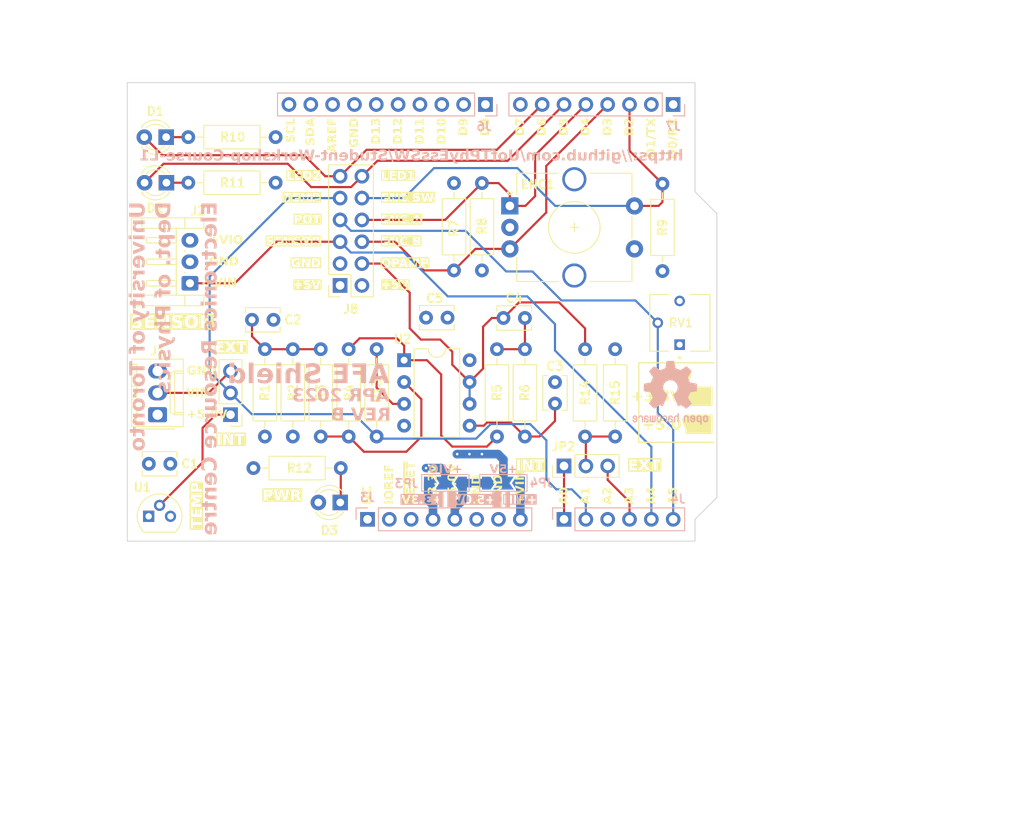
<source format=kicad_pcb>
(kicad_pcb (version 20221018) (generator pcbnew)
  (layers (0 "F.Cu" signal) (1 "In1.Cu" signal) (2 "In2.Cu" signal) (31 "B.Cu" signal) (34 "B.Paste" user) (35 "F.Paste" user) (36 "B.SilkS" user "B.Silkscreen") (37 "F.SilkS" user "F.Silkscreen") (38 "B.Mask" user) (39 "F.Mask" user) (44 "Edge.Cuts" user))
  (net 0 "")
  (net 1 "+3V3")
  (net 2 "GND")
  (net 3 "Net-(C2-Pad1)")
  (net 4 "Net-(U2B-+)")
  (net 5 "Net-(C4-Pad1)")
  (net 6 "/TEMP_SIG")
  (net 7 "Net-(D1-A)")
  (net 8 "/IR_VOUT")
  (net 9 "+5V")
  (net 10 "Net-(D2-A)")
  (net 11 "/OPA_OUT")
  (net 12 "Net-(J1-Pin_2)")
  (net 13 "/ENC_SW")
  (net 14 "/POT")
  (net 18 "/ENC_A")
  (net 19 "/ENC_B")
  (net 20 "/TEMP_MON")
  (net 34 "Net-(U2A--)")
  (net 35 "Net-(U2A-OUT)")
  (net 36 "/MCU_ADC_CH1")
  (net 37 "VDD")
  (net 38 "/EXT_ADC_CH1")
  (net 39 "Net-(D3-A)")
  (net 40 "/+5V_IN")
  (net 41 "/LED1")
  (net 42 "VDC")
  (net 43 "/SENSOR_IN")
  (net 44 "Net-(U2A-+)")
  (net 45 "/LED2")
  (footprint "LED_THT:LED_D3.0mm" (layer "F.Cu") (at 74.225 124.5)
    (fp_text reference "D3" (at 1.275 3.25) (layer "F.SilkS") (effects (font (thickness 0.2) bold)))
    (fp_text value "RED")
    (pad "1" thru_hole circle (at 0 0) (size 1.8 1.8) (drill 0.9) (layers "*.Cu" "*.Mask") (net 2 "GND"))
    (pad "2" thru_hole rect (at 2.54 0) (size 1.8 1.8) (drill 0.9) (layers "*.Cu" "*.Mask") (net 39 "Net-(D3-A)"))
  )
  (footprint "MountingHole:MountingHole_3.2mm_M3" (layer "F.Cu") (at 67 78.2)
    (fp_text reference "H3" hide)
    (fp_text value "MountingHole" hide)
    (pad "" np_thru_hole circle locked (at 0 0) (size 3.2 3.2) (drill 3.2) (layers "*.Cu" "*.Mask"))
  )
  (footprint "Capacitor_THT:C_Disc_D3.8mm_W2.6mm_P2.50mm" (layer "F.Cu") (at 66.5 103.25)
    (fp_text reference "C2" (at 4.75 0) (layer "F.SilkS") (effects (font (thickness 0.2) bold)))
    (fp_text value "1µF")
    (pad "1" thru_hole circle (at 0 0) (size 1.6 1.6) (drill 0.8) (layers "*.Cu" "*.Mask") (net 3 "Net-(C2-Pad1)"))
    (pad "2" thru_hole circle (at 2.5 0) (size 1.6 1.6) (drill 0.8) (layers "*.Cu" "*.Mask") (net 2 "GND"))
  )
  (footprint "Resistor_THT:R_Axial_DIN0207_L6.3mm_D2.5mm_P10.16mm_Horizontal" (layer "F.Cu") (at 98.25 106.67 -90)
    (fp_text reference "R6" (at 5.058 0 90) (layer "F.SilkS") (effects (font (thickness 0.2) bold)))
    (fp_text value "10K")
    (pad "1" thru_hole circle (at 0 0 270) (size 1.6 1.6) (drill 0.8) (layers "*.Cu" "*.Mask") (net 5 "Net-(C4-Pad1)"))
    (pad "2" thru_hole oval (at 10.16 0 270) (size 1.6 1.6) (drill 0.8) (layers "*.Cu" "*.Mask") (net 4 "Net-(U2B-+)"))
  )
  (footprint "LED_THT:LED_D3.0mm" (layer "F.Cu") (at 54.005 87.304)
    (fp_text reference "D2" (at 1.223 2.946) (layer "F.SilkS") (effects (font (thickness 0.2) bold)))
    (fp_text value "RED")
    (pad "1" thru_hole circle (at 0 0) (size 1.8 1.8) (drill 0.9) (layers "*.Cu" "*.Mask") (net 45 "/LED2"))
    (pad "2" thru_hole rect (at 2.54 0) (size 1.8 1.8) (drill 0.9) (layers "*.Cu" "*.Mask") (net 10 "Net-(D2-A)"))
  )
  (footprint "Resistor_THT:R_Axial_DIN0207_L6.3mm_D2.5mm_P10.16mm_Horizontal" (layer "F.Cu") (at 68 116.83 90)
    (fp_text reference "R1" (at 5.102 0 90) (layer "F.SilkS") (effects (font (thickness 0.2) bold)))
    (fp_text value "16.9K")
    (pad "1" thru_hole circle (at 0 0 90) (size 1.6 1.6) (drill 0.8) (layers "*.Cu" "*.Mask") (net 9 "+5V"))
    (pad "2" thru_hole oval (at 10.16 0 90) (size 1.6 1.6) (drill 0.8) (layers "*.Cu" "*.Mask") (net 3 "Net-(C2-Pad1)"))
  )
  (footprint "Package_DIP:DIP-8_W7.62mm" (layer "F.Cu") (at 84.2 107.95)
    (fp_text reference "U2" (at -0.2 -2.45) (layer "F.SilkS") (effects (font (thickness 0.2) bold)))
    (fp_text value "TLV2472AIP")
    (pad "1" thru_hole rect (at 0 0) (size 1.6 1.6) (drill 0.8) (layers "*.Cu" "*.Mask") (net 35 "Net-(U2A-OUT)"))
    (pad "2" thru_hole oval (at 0 2.54) (size 1.6 1.6) (drill 0.8) (layers "*.Cu" "*.Mask") (net 34 "Net-(U2A--)"))
    (pad "3" thru_hole oval (at 0 5.08) (size 1.6 1.6) (drill 0.8) (layers "*.Cu" "*.Mask") (net 44 "Net-(U2A-+)"))
    (pad "4" thru_hole oval (at 0 7.62) (size 1.6 1.6) (drill 0.8) (layers "*.Cu" "*.Mask") (net 2 "GND"))
    (pad "5" thru_hole oval (at 7.62 7.62) (size 1.6 1.6) (drill 0.8) (layers "*.Cu" "*.Mask") (net 4 "Net-(U2B-+)"))
    (pad "6" thru_hole oval (at 7.62 5.08) (size 1.6 1.6) (drill 0.8) (layers "*.Cu" "*.Mask") (net 11 "/OPA_OUT"))
    (pad "7" thru_hole oval (at 7.62 2.54) (size 1.6 1.6) (drill 0.8) (layers "*.Cu" "*.Mask") (net 11 "/OPA_OUT"))
    (pad "8" thru_hole oval (at 7.62 0) (size 1.6 1.6) (drill 0.8) (layers "*.Cu" "*.Mask") (net 9 "+5V"))
  )
  (footprint "Resistor_THT:R_Axial_DIN0207_L6.3mm_D2.5mm_P10.16mm_Horizontal" (layer "F.Cu") (at 66.67 120.5)
    (fp_text reference "R12" (at 5.33 0) (layer "F.SilkS") (effects (font (thickness 0.2) bold)))
    (fp_text value "1K")
    (pad "1" thru_hole circle (at 0 0) (size 1.6 1.6) (drill 0.8) (layers "*.Cu" "*.Mask") (net 37 "VDD"))
    (pad "2" thru_hole oval (at 10.16 0) (size 1.6 1.6) (drill 0.8) (layers "*.Cu" "*.Mask") (net 39 "Net-(D3-A)"))
  )
  (footprint "Capacitor_THT:C_Disc_D3.8mm_W2.6mm_P2.50mm" (layer "F.Cu") (at 54.5 120)
    (fp_text reference "C1" (at 4.75 0) (layer "F.SilkS") (effects (font (thickness 0.2) bold)))
    (fp_text value "0.1µF")
    (pad "1" thru_hole circle (at 0 0) (size 1.6 1.6) (drill 0.8) (layers "*.Cu" "*.Mask") (net 9 "+5V"))
    (pad "2" thru_hole circle (at 2.5 0) (size 1.6 1.6) (drill 0.8) (layers "*.Cu" "*.Mask") (net 2 "GND"))
  )
  (footprint "Resistor_THT:R_Axial_DIN0207_L6.3mm_D2.5mm_P10.16mm_Horizontal" (layer "F.Cu") (at 108.75 116.83 90)
    (fp_text reference "R15" (at 5.08 0 90) (layer "F.SilkS") (effects (font (thickness 0.2) bold)))
    (fp_text value "6.98K")
    (pad "1" thru_hole circle (at 0 0 90) (size 1.6 1.6) (drill 0.8) (layers "*.Cu" "*.Mask") (net 6 "/TEMP_SIG"))
    (pad "2" thru_hole oval (at 10.16 0 90) (size 1.6 1.6) (drill 0.8) (layers "*.Cu" "*.Mask") (net 2 "GND"))
  )
  (footprint "Connector_PinHeader_2.54mm:PinHeader_1x03_P2.54mm_Vertical" (layer "F.Cu") (at 102.8 120.25 90)
    (fp_text reference "JP2" (at 2.25 -0.05 180) (layer "F.SilkS") (effects (font (thickness 0.2) bold)))
    (fp_text value "Jumper_3_Open")
    (pad "1" thru_hole rect (at 0 0 90) (size 1.7 1.7) (drill 1) (layers "*.Cu" "*.Mask") (net 36 "/MCU_ADC_CH1"))
    (pad "2" thru_hole oval (at 0 2.54 90) (size 1.7 1.7) (drill 1) (layers "*.Cu" "*.Mask") (net 6 "/TEMP_SIG"))
    (pad "3" thru_hole oval (at 0 5.08 90) (size 1.7 1.7) (drill 1) (layers "*.Cu" "*.Mask") (net 38 "/EXT_ADC_CH1"))
  )
  (footprint "Capacitor_THT:C_Disc_D3.8mm_W2.6mm_P2.50mm" (layer "F.Cu") (at 89.25 103 180)
    (fp_text reference "C5" (at 1.5 2.25) (layer "F.SilkS") (effects (font (thickness 0.2) bold)))
    (fp_text value "0.1µF")
    (pad "1" thru_hole circle (at 0 0 180) (size 1.6 1.6) (drill 0.8) (layers "*.Cu" "*.Mask") (net 9 "+5V"))
    (pad "2" thru_hole circle (at 2.5 0 180) (size 1.6 1.6) (drill 0.8) (layers "*.Cu" "*.Mask") (net 2 "GND"))
  )
  (footprint "Temp:TRIM_3362P-1-103LF" (layer "F.Cu") (at 116.25 103.6 90)
    (fp_text reference "RV1" (at 0 0.15 180) (layer "F.SilkS") (effects (font (size 1.002756 1.002756))))
    (fp_text value "10K")
    (pad "1" thru_hole rect (at -2.54 0 90) (size 1.222 1.222) (drill 0.714) (layers "*.Cu" "*.Mask") (net 37 "VDD"))
    (pad "2" thru_hole circle (at 0 -2.54 90) (size 1.222 1.222) (drill 0.714) (layers "*.Cu" "*.Mask") (net 14 "/POT"))
    (pad "3" thru_hole circle (at 2.54 0 90) (size 1.222 1.222) (drill 0.714) (layers "*.Cu" "*.Mask") (net 2 "GND"))
  )
  (footprint "LED_THT:LED_D3.0mm" (layer "F.Cu") (at 53.975 82)
    (fp_text reference "D1" (at 1.275 -3) (layer "F.SilkS") (effects (font (thickness 0.2) bold)))
    (fp_text value "GREEN")
    (pad "1" thru_hole circle (at 0 0) (size 1.8 1.8) (drill 0.9) (layers "*.Cu" "*.Mask") (net 41 "/LED1"))
    (pad "2" thru_hole rect (at 2.54 0) (size 1.8 1.8) (drill 0.9) (layers "*.Cu" "*.Mask") (net 7 "Net-(D1-A)"))
  )
  (footprint "Resistor_THT:R_Axial_DIN0207_L6.3mm_D2.5mm_P10.16mm_Horizontal" (layer "F.Cu") (at 105.25 106.67 -90)
    (fp_text reference "R14" (at 5.08 -0.014 90) (layer "F.SilkS") (effects (font (thickness 0.2) bold)))
    (fp_text value "10K")
    (pad "1" thru_hole circle (at 0 0 270) (size 1.6 1.6) (drill 0.8) (layers "*.Cu" "*.Mask") (net 11 "/OPA_OUT"))
    (pad "2" thru_hole oval (at 10.16 0 270) (size 1.6 1.6) (drill 0.8) (layers "*.Cu" "*.Mask") (net 6 "/TEMP_SIG"))
  )
  (footprint "Resistor_THT:R_Axial_DIN0207_L6.3mm_D2.5mm_P10.16mm_Horizontal" (layer "F.Cu") (at 95 116.83 90)
    (fp_text reference "R5" (at 5.102 0 90) (layer "F.SilkS") (effects (font (thickness 0.2) bold)))
    (fp_text value "10K")
    (pad "1" thru_hole circle (at 0 0 90) (size 1.6 1.6) (drill 0.8) (layers "*.Cu" "*.Mask") (net 35 "Net-(U2A-OUT)"))
    (pad "2" thru_hole oval (at 10.16 0 90) (size 1.6 1.6) (drill 0.8) (layers "*.Cu" "*.Mask") (net 5 "Net-(C4-Pad1)"))
  )
  (footprint "Resistor_THT:R_Axial_DIN0207_L6.3mm_D2.5mm_P10.16mm_Horizontal" (layer "F.Cu") (at 71.25 106.67 -90)
    (fp_text reference "R2" (at 5.058 -0.042 90) (layer "F.SilkS") (effects (font (thickness 0.2) bold)))
    (fp_text value "680")
    (pad "1" thru_hole circle (at 0 0 270) (size 1.6 1.6) (drill 0.8) (layers "*.Cu" "*.Mask") (net 3 "Net-(C2-Pad1)"))
    (pad "2" thru_hole oval (at 10.16 0 270) (size 1.6 1.6) (drill 0.8) (layers "*.Cu" "*.Mask") (net 2 "GND"))
  )
  (footprint "Capacitor_THT:C_Disc_D3.8mm_W2.6mm_P2.50mm" (layer "F.Cu") (at 101.75 113 90)
    (fp_text reference "C3" (at 4.36 0 180) (layer "F.SilkS") (effects (font (thickness 0.2) bold)))
    (fp_text value "2200pF")
    (pad "1" thru_hole circle (at 0 0 90) (size 1.6 1.6) (drill 0.8) (layers "*.Cu" "*.Mask") (net 4 "Net-(U2B-+)"))
    (pad "2" thru_hole circle (at 2.5 0 90) (size 1.6 1.6) (drill 0.8) (layers "*.Cu" "*.Mask") (net 2 "GND"))
  )
  (footprint "Connector_PinSocket_2.54mm:PinSocket_2x06_P2.54mm_Vertical" (layer "F.Cu") (at 76.75 99.25 180)
    (fp_text reference "J8" (at -1.25 -2.75) (layer "F.SilkS") (effects (font (thickness 0.2) bold)))
    (fp_text value "PPTC062LFBN-RC")
    (pad "1" thru_hole rect (at 0 0 180) (size 1.7 1.7) (drill 1) (layers "*.Cu" "*.Mask") (net 9 "+5V"))
    (pad "2" thru_hole oval (at -2.54 0 180) (size 1.7 1.7) (drill 1) (layers "*.Cu" "*.Mask") (net 9 "+5V"))
    (pad "3" thru_hole oval (at 0 2.54 180) (size 1.7 1.7) (drill 1) (layers "*.Cu" "*.Mask") (net 2 "GND"))
    (pad "4" thru_hole oval (at -2.54 2.54 180) (size 1.7 1.7) (drill 1) (layers "*.Cu" "*.Mask") (net 11 "/OPA_OUT"))
    (pad "5" thru_hole oval (at 0 5.08 180) (size 1.7 1.7) (drill 1) (layers "*.Cu" "*.Mask") (net 8 "/IR_VOUT"))
    (pad "6" thru_hole oval (at -2.54 5.08 180) (size 1.7 1.7) (drill 1) (layers "*.Cu" "*.Mask") (net 19 "/ENC_B"))
    (pad "7" thru_hole oval (at 0 7.62 180) (size 1.7 1.7) (drill 1) (layers "*.Cu" "*.Mask") (net 14 "/POT"))
    (pad "8" thru_hole oval (at -2.54 7.62 180) (size 1.7 1.7) (drill 1) (layers "*.Cu" "*.Mask") (net 18 "/ENC_A"))
    (pad "9" thru_hole oval (at 0 10.16 180) (size 1.7 1.7) (drill 1) (layers "*.Cu" "*.Mask") (net 43 "/SENSOR_IN"))
    (pad "10" thru_hole oval (at -2.54 10.16 180) (size 1.7 1.7) (drill 1) (layers "*.Cu" "*.Mask") (net 13 "/ENC_SW"))
    (pad "11" thru_hole oval (at 0 12.7 180) (size 1.7 1.7) (drill 1) (layers "*.Cu" "*.Mask") (net 41 "/LED1"))
    (pad "12" thru_hole oval (at -2.54 12.7 180) (size 1.7 1.7) (drill 1) (layers "*.Cu" "*.Mask") (net 45 "/LED2"))
  )
  (footprint "Resistor_THT:R_Axial_DIN0207_L6.3mm_D2.5mm_P10.16mm_Horizontal" (layer "F.Cu") (at 93.25 97.504 90)
    (fp_text reference "R8" (at 5.156 0.012 90) (layer "F.SilkS") (effects (font (thickness 0.2) bold)))
    (fp_text value "4.7K")
    (pad "1" thru_hole circle (at 0 0 90) (size 1.6 1.6) (drill 0.8) (layers "*.Cu" "*.Mask") (net 37 "VDD"))
    (pad "2" thru_hole oval (at 10.16 0 90) (size 1.6 1.6) (drill 0.8) (layers "*.Cu" "*.Mask") (net 18 "/ENC_A"))
  )
  (footprint "Rotary_Encoder:RotaryEncoder_Alps_EC12E-Switch_Vertical_H20mm_CircularMountingHoles" (layer "F.Cu") (at 96.5 90)
    (fp_text reference "ENC1" (at 3.25 -2.5) (layer "F.SilkS") (effects (font (thickness 0.2) bold)))
    (fp_text value "PEC11L-4220F-S0015")
    (pad "A" thru_hole rect (at 0 0) (size 2 2) (drill 1) (layers "*.Cu" "*.Mask") (net 18 "/ENC_A"))
    (pad "B" thru_hole circle (at 0 5) (size 2 2) (drill 1) (layers "*.Cu" "*.Mask") (net 19 "/ENC_B"))
    (pad "C" thru_hole circle (at 0 2.5) (size 2 2) (drill 1) (layers "*.Cu" "*.Mask") (net 2 "GND"))
    (pad "MP" thru_hole circle (at 7.5 -3.1) (size 2.8 2.8) (drill 2.2) (layers "*.Cu" "*.Mask"))
    (pad "MP" thru_hole circle (at 7.5 8.1) (size 2.8 2.8) (drill 2.2) (layers "*.Cu" "*.Mask"))
    (pad "S1" thru_hole circle (at 14.5 0) (size 2 2) (drill 1) (layers "*.Cu" "*.Mask") (net 13 "/ENC_SW"))
    (pad "S2" thru_hole circle (at 14.5 5) (size 2 2) (drill 1) (layers "*.Cu" "*.Mask") (net 2 "GND"))
  )
  (footprint "Capacitor_THT:C_Disc_D3.8mm_W2.6mm_P2.50mm" (layer "F.Cu") (at 98.25 103.04 180)
    (fp_text reference "C4" (at 1.25 2.29) (layer "F.SilkS") (effects (font (thickness 0.2) bold)))
    (fp_text value "1000pF")
    (pad "1" thru_hole circle (at 0 0 180) (size 1.6 1.6) (drill 0.8) (layers "*.Cu" "*.Mask") (net 5 "Net-(C4-Pad1)"))
    (pad "2" thru_hole circle (at 2.5 0 180) (size 1.6 1.6) (drill 0.8) (layers "*.Cu" "*.Mask") (net 11 "/OPA_OUT"))
  )
  (footprint "Connector_PinHeader_2.54mm:PinHeader_1x03_P2.54mm_Vertical" (layer "F.Cu") (at 64 114.29 180)
    (fp_text reference "JP1" hide)
    (fp_text value "Jumper_3_Bridged12")
    (pad "1" thru_hole rect (at 0 0 180) (size 1.7 1.7) (drill 1) (layers "*.Cu" "*.Mask") (net 20 "/TEMP_MON"))
    (pad "2" thru_hole oval (at 0 2.54 180) (size 1.7 1.7) (drill 1) (layers "*.Cu" "*.Mask") (net 43 "/SENSOR_IN"))
    (pad "3" thru_hole oval (at 0 5.08 180) (size 1.7 1.7) (drill 1) (layers "*.Cu" "*.Mask") (net 12 "Net-(J1-Pin_2)"))
  )
  (footprint "Resistor_THT:R_Axial_DIN0207_L6.3mm_D2.5mm_P10.16mm_Horizontal" (layer "F.Cu") (at 90 87.344 -90)
    (fp_text reference "R7" (at 5.254 0 90) (layer "F.SilkS") (effects (font (thickness 0.2) bold)))
    (fp_text value "4.7K")
    (pad "1" thru_hole circle (at 0 0 270) (size 1.6 1.6) (drill 0.8) (layers "*.Cu" "*.Mask") (net 37 "VDD"))
    (pad "2" thru_hole oval (at 10.16 0 270) (size 1.6 1.6) (drill 0.8) (layers "*.Cu" "*.Mask") (net 19 "/ENC_B"))
  )
  (footprint "Resistor_THT:R_Axial_DIN0207_L6.3mm_D2.5mm_P10.16mm_Horizontal" (layer "F.Cu") (at 114.25 97.58 90)
    (fp_text reference "R9" (at 5.08 0 90) (layer "F.SilkS") (effects (font (thickness 0.2) bold)))
    (fp_text value "4.7K")
    (pad "1" thru_hole circle (at 0 0 90) (size 1.6 1.6) (drill 0.8) (layers "*.Cu" "*.Mask") (net 37 "VDD"))
    (pad "2" thru_hole oval (at 10.16 0 90) (size 1.6 1.6) (drill 0.8) (layers "*.Cu" "*.Mask") (net 13 "/ENC_SW"))
  )
  (footprint "Resistor_THT:R_Axial_DIN0207_L6.3mm_D2.5mm_P10.16mm_Horizontal" (layer "F.Cu") (at 74.5 106.67 -90)
    (fp_text reference "R3" (at 5.058 0 90) (layer "F.SilkS") (effects (font (thickness 0.2) bold)))
    (fp_text value "10K")
    (pad "1" thru_hole circle (at 0 0 270) (size 1.6 1.6) (drill 0.8) (layers "*.Cu" "*.Mask") (net 3 "Net-(C2-Pad1)"))
    (pad "2" thru_hole oval (at 10.16 0 270) (size 1.6 1.6) (drill 0.8) (layers "*.Cu" "*.Mask") (net 34 "Net-(U2A--)"))
  )
  (footprint "Resistor_THT:R_Axial_DIN0207_L6.3mm_D2.5mm_P10.16mm_Horizontal" (layer "F.Cu") (at 81 116.83 90)
    (fp_text reference "R13" (at 5.358 0 90) (layer "F.SilkS") (effects (font (thickness 0.2) bold)))
    (fp_text value "10K")
    (pad "1" thru_hole circle (at 0 0 90) (size 1.6 1.6) (drill 0.8) (layers "*.Cu" "*.Mask") (net 43 "/SENSOR_IN"))
    (pad "2" thru_hole oval (at 10.16 0 90) (size 1.6 1.6) (drill 0.8) (layers "*.Cu" "*.Mask") (net 44 "Net-(U2A-+)"))
  )
  (footprint "Resistor_THT:R_Axial_DIN0207_L6.3mm_D2.5mm_P10.16mm_Horizontal" (layer "F.Cu") (at 77.75 116.83 90)
    (fp_text reference "R4" (at 5.102 0.08 90) (layer "F.SilkS") (effects (font (thickness 0.2) bold)))
    (fp_text value "35.7K")
    (pad "1" thru_hole circle (at 0 0 90) (size 1.6 1.6) (drill 0.8) (layers "*.Cu" "*.Mask") (net 34 "Net-(U2A--)"))
    (pad "2" thru_hole oval (at 10.16 0 90) (size 1.6 1.6) (drill 0.8) (layers "*.Cu" "*.Mask") (net 35 "Net-(U2A-OUT)"))
  )
  (footprint "Connector_Molex:Molex_KK-254_AE-6410-03A_1x03_P2.54mm_Vertical" (layer "F.Cu") (at 55.52 114.29 90)
    (fp_text reference "J1" (at 7.44 0.06 180) (layer "F.SilkS") (effects (font (thickness 0.2) bold)))
    (fp_text value "640456-3")
    (pad "1" thru_hole roundrect (at 0 0 90) (size 1.74 2.19) (drill 1.19) (layers "*.Cu" "*.Mask") (roundrect_rratio 0.1436781609) (net 9 "+5V"))
    (pad "2" thru_hole oval (at 2.54 0 90) (size 1.74 2.19) (drill 1.19) (layers "*.Cu" "*.Mask") (net 12 "Net-(J1-Pin_2)"))
    (pad "3" thru_hole oval (at 5.08 0 90) (size 1.74 2.19) (drill 1.19) (layers "*.Cu" "*.Mask") (net 2 "GND"))
  )
  (footprint "MountingHole:MountingHole_3.2mm_M3" (layer "F.Cu") (at 65.97 126.46)
    (fp_text reference "H1" hide)
    (fp_text value "MountingHole" hide)
    (pad "" np_thru_hole circle locked (at 0 0) (size 3.2 3.2) (drill 3.2) (layers "*.Cu" "*.Mask"))
  )
  (footprint "MountingHole:MountingHole_3.2mm_M3" (layer "F.Cu") (at 118.04 121.38)
    (fp_text reference "H2" hide)
    (fp_text value "MountingHole" hide)
    (pad "" np_thru_hole circle locked (at 0 0) (size 3.2 3.2) (drill 3.2) (layers "*.Cu" "*.Mask"))
  )
  (footprint "Resistor_THT:R_Axial_DIN0207_L6.3mm_D2.5mm_P10.16mm_Horizontal" (layer "F.Cu") (at 69.25 82 180)
    (fp_text reference "R10" (at 5 0) (layer "F.SilkS") (effects (font (thickness 0.2) bold)))
    (fp_text value "1K")
    (pad "1" thru_hole circle (at 0 0 180) (size 1.6 1.6) (drill 0.8) (layers "*.Cu" "*.Mask") (net 37 "VDD"))
    (pad "2" thru_hole oval (at 10.16 0 180) (size 1.6 1.6) (drill 0.8) (layers "*.Cu" "*.Mask") (net 7 "Net-(D1-A)"))
  )
  (footprint "Connector_JST:JST_EH_S3B-EH_1x03_P2.50mm_Horizontal" (layer "F.Cu") (at 59.2825 99 90)
    (fp_text reference "J2" (at 8.44 0.9475 180) (layer "F.SilkS") (effects (font (thickness 0.2) bold)))
    (fp_text value "S3B-EH(LF)(SN)")
    (pad "1" thru_hole roundrect (at 0 0 90) (size 1.7 1.95) (drill 0.95) (layers "*.Cu" "*.Mask") (roundrect_rratio 0.1470588235) (net 8 "/IR_VOUT"))
    (pad "2" thru_hole oval (at 2.5 0 90) (size 1.7 1.95) (drill 0.95) (layers "*.Cu" "*.Mask") (net 2 "GND"))
    (pad "3" thru_hole oval (at 5 0 90) (size 1.7 1.95) (drill 0.95) (layers "*.Cu" "*.Mask") (net 37 "VDD"))
  )
  (footprint "MountingHole:MountingHole_3.2mm_M3" (layer "F.Cu") (at 118.04 95.44)
    (fp_text reference "H4" hide)
    (fp_text value "MountingHole" hide)
    (pad "" np_thru_hole circle locked (at 0 0) (size 3.2 3.2) (drill 3.2) (layers "*.Cu" "*.Mask"))
  )
  (footprint "Resistor_THT:R_Axial_DIN0207_L6.3mm_D2.5mm_P10.16mm_Horizontal" (layer "F.Cu") (at 69.25 87.304 180)
    (fp_text reference "R11" (at 5 0) (layer "F.SilkS") (effects (font (thickness 0.2) bold)))
    (fp_text value "1K")
    (pad "1" thru_hole circle (at 0 0 180) (size 1.6 1.6) (drill 0.8) (layers "*.Cu" "*.Mask") (net 37 "VDD"))
    (pad "2" thru_hole oval (at 10.16 0 180) (size 1.6 1.6) (drill 0.8) (layers "*.Cu" "*.Mask") (net 10 "Net-(D2-A)"))
  )
  (footprint "Package_TO_SOT_THT:TO-92" (layer "F.Cu") (at 54.48 126.11)
    (fp_text reference "U1" (at -0.73 -3.36) (layer "F.SilkS") (effects (font (thickness 0.2) bold)))
    (fp_text value "LMT84LPM")
    (pad "1" thru_hole rect (at 0 0) (size 1.3 1.3) (drill 0.75) (layers "*.Cu" "*.Mask") (net 9 "+5V"))
    (pad "2" thru_hole circle (at 1.27 -1.27) (size 1.3 1.3) (drill 0.75) (layers "*.Cu" "*.Mask") (net 20 "/TEMP_MON"))
    (pad "3" thru_hole circle (at 2.54 0) (size 1.3 1.3) (drill 0.75) (layers "*.Cu" "*.Mask") (net 2 "GND"))
  )
  (footprint "Jumper:SolderJumper-3_P2.0mm_Open_TrianglePad1.0x1.5mm" (layer "B.Cu") (at 89 122.25 180)
    (fp_text reference "JP3" (at 4.52 -0.04) (layer "B.SilkS") (effects (font (thickness 0.2) bold) (justify mirror)))
    (fp_text value "Jumper_3_Open" hide)
    (pad "1" smd custom (at -2 0 180) (size 0.3 0.3) (layers "B.Cu" "B.Mask") (net 40 "/+5V_IN") (options (clearance outline) (anchor rect)) (primitives (gr_poly (pts (xy 1 0) (xy 0.5 -0.75) (xy -0.5 -0.75) (xy -0.5 0.75) (xy 0.5 0.75)) (width 0) (fill yes))))
    (pad "2" smd custom (at 0 0 180) (size 0.3 0.3) (layers "B.Cu") (net 37 "VDD") (options (clearance outline) (anchor rect)) (primitives (gr_poly (pts (xy 0.7 0) (xy 1.2 -0.75) (xy -1.2 -0.75) (xy -0.7 0) (xy -1.2 0.75) (xy 1.2 0.75)) (width 0) (fill yes))))
    (pad "3" smd custom (at 2 0) (size 0.3 0.3) (layers "B.Cu" "B.Mask") (net 1 "+3V3") (options (clearance outline) (anchor rect)) (primitives (gr_poly (pts (xy 1 0) (xy 0.5 -0.75) (xy -0.5 -0.75) (xy -0.5 0.75) (xy 0.5 0.75)) (width 0) (fill yes))))
  )
  (footprint "Connector_PinHeader_2.54mm:PinHeader_1x10_P2.54mm_Vertical" (layer "B.Cu") (at 93.66 78.2 90)
    (fp_text reference "J6" (at -2.55 -0.16) (layer "B.SilkS") (effects (font (thickness 0.2) bold) (justify mirror)))
    (fp_text value "Conn_01x10" hide)
    (pad "1" thru_hole rect locked (at 0 0 90) (size 1.7 1.7) (drill 1) (layers "*.Cu" "*.Mask"))
    (pad "2" thru_hole oval locked (at 0 -2.54 90) (size 1.7 1.7) (drill 1) (layers "*.Cu" "*.Mask"))
    (pad "3" thru_hole oval locked (at 0 -5.08 90) (size 1.7 1.7) (drill 1) (layers "*.Cu" "*.Mask"))
    (pad "4" thru_hole oval locked (at 0 -7.62 90) (size 1.7 1.7) (drill 1) (layers "*.Cu" "*.Mask"))
    (pad "5" thru_hole oval locked (at 0 -10.16 90) (size 1.7 1.7) (drill 1) (layers "*.Cu" "*.Mask"))
    (pad "6" thru_hole oval locked (at 0 -12.7 90) (size 1.7 1.7) (drill 1) (layers "*.Cu" "*.Mask"))
    (pad "7" thru_hole oval locked (at 0 -15.24 90) (size 1.7 1.7) (drill 1) (layers "*.Cu" "*.Mask") (net 2 "GND"))
    (pad "8" thru_hole oval locked (at 0 -17.78 90) (size 1.7 1.7) (drill 1) (layers "*.Cu" "*.Mask"))
    (pad "9" thru_hole oval locked (at 0 -20.32 90) (size 1.7 1.7) (drill 1) (layers "*.Cu" "*.Mask"))
    (pad "10" thru_hole oval locked (at 0 -22.86 90) (size 1.7 1.7) (drill 1) (layers "*.Cu" "*.Mask"))
  )
  (footprint "Symbol:OSHW-Logo2_9.8x8mm_SilkScreen" (layer "B.Cu") (at 115.175 111.75 180)
    (fp_text reference "REF**" hide)
    (fp_text value "OSHW-Logo2_9.8x8mm_SilkScreen" hide)
  )
  (footprint "Connector_PinHeader_2.54mm:PinHeader_1x08_P2.54mm_Vertical" (layer "B.Cu") (at 79.94 126.46 -90)
    (fp_text reference "J3" (at -2.54 0 180) (layer "B.SilkS") (effects (font (thickness 0.2) bold) (justify mirror)))
    (fp_text value "Conn_01x08" hide)
    (pad "1" thru_hole rect locked (at 0 0 270) (size 1.7 1.7) (drill 1) (layers "*.Cu" "*.Mask"))
    (pad "2" thru_hole oval locked (at 0 -2.54 270) (size 1.7 1.7) (drill 1) (layers "*.Cu" "*.Mask"))
    (pad "3" thru_hole oval locked (at 0 -5.08 270) (size 1.7 1.7) (drill 1) (layers "*.Cu" "*.Mask"))
    (pad "4" thru_hole oval locked (at 0 -7.62 270) (size 1.7 1.7) (drill 1) (layers "*.Cu" "*.Mask") (net 1 "+3V3"))
    (pad "5" thru_hole oval locked (at 0 -10.16 270) (size 1.7 1.7) (drill 1) (layers "*.Cu" "*.Mask") (net 40 "/+5V_IN"))
    (pad "6" thru_hole oval locked (at 0 -12.7 270) (size 1.7 1.7) (drill 1) (layers "*.Cu" "*.Mask") (net 2 "GND"))
    (pad "7" thru_hole oval locked (at 0 -15.24 270) (size 1.7 1.7) (drill 1) (layers "*.Cu" "*.Mask") (net 2 "GND"))
    (pad "8" thru_hole oval locked (at 0 -17.78 270) (size 1.7 1.7) (drill 1) (layers "*.Cu" "*.Mask") (net 42 "VDC"))
  )
  (footprint "Connector_PinHeader_2.54mm:PinHeader_1x08_P2.54mm_Vertical" (layer "B.Cu") (at 115.5 78.2 90)
    (fp_text reference "J7" (at -2.54 0 180) (layer "B.SilkS") (effects (font (thickness 0.2) bold) (justify mirror)))
    (fp_text value "Conn_01x08" hide)
    (pad "1" thru_hole rect locked (at 0 0 90) (size 1.7 1.7) (drill 1) (layers "*.Cu" "*.Mask"))
    (pad "2" thru_hole oval locked (at 0 -2.54 90) (size 1.7 1.7) (drill 1) (layers "*.Cu" "*.Mask"))
    (pad "3" thru_hole oval locked (at 0 -5.08 90) (size 1.7 1.7) (drill 1) (layers "*.Cu" "*.Mask") (net 13 "/ENC_SW"))
    (pad "4" thru_hole oval locked (at 0 -7.62 90) (size 1.7 1.7) (drill 1) (layers "*.Cu" "*.Mask") (net 19 "/ENC_B"))
    (pad "5" thru_hole oval locked (at 0 -10.16 90) (size 1.7 1.7) (drill 1) (layers "*.Cu" "*.Mask") (net 18 "/ENC_A"))
    (pad "6" thru_hole oval locked (at 0 -12.7 90) (size 1.7 1.7) (drill 1) (layers "*.Cu" "*.Mask") (net 45 "/LED2"))
    (pad "7" thru_hole oval locked (at 0 -15.24 90) (size 1.7 1.7) (drill 1) (layers "*.Cu" "*.Mask") (net 41 "/LED1"))
    (pad "8" thru_hole oval locked (at 0 -17.78 90) (size 1.7 1.7) (drill 1) (layers "*.Cu" "*.Mask"))
  )
  (footprint "Connector_PinHeader_2.54mm:PinHeader_1x06_P2.54mm_Vertical" (layer "B.Cu") (at 102.8 126.46 -90)
    (fp_text reference "J4" (at -2.36 -13.24 180) (layer "B.SilkS") (effects (font (thickness 0.2) bold) (justify mirror)))
    (fp_text value "Conn_01x06")
    (pad "1" thru_hole rect locked (at 0 0 270) (size 1.7 1.7) (drill 1) (layers "*.Cu" "*.Mask") (net 36 "/MCU_ADC_CH1"))
    (pad "2" thru_hole oval locked (at 0 -2.54 270) (size 1.7 1.7) (drill 1) (layers "*.Cu" "*.Mask") (net 43 "/SENSOR_IN"))
    (pad "3" thru_hole oval locked (at 0 -5.08 270) (size 1.7 1.7) (drill 1) (layers "*.Cu" "*.Mask"))
    (pad "4" thru_hole oval locked (at 0 -7.62 270) (size 1.7 1.7) (drill 1) (layers "*.Cu" "*.Mask") (net 38 "/EXT_ADC_CH1"))
    (pad "5" thru_hole oval locked (at 0 -10.16 270) (size 1.7 1.7) (drill 1) (layers "*.Cu" "*.Mask") (net 8 "/IR_VOUT"))
    (pad "6" thru_hole oval locked (at 0 -12.7 270) (size 1.7 1.7) (drill 1) (layers "*.Cu" "*.Mask") (net 14 "/POT"))
  )
  (footprint "Jumper:SolderJumper-3_P2.0mm_Open_TrianglePad1.0x1.5mm" (layer "B.Cu") (at 95.75 122.25 180)
    (fp_text reference "JP4" (at -4.43 0.01) (layer "B.SilkS") (effects (font (thickness 0.2) bold) (justify mirror)))
    (fp_text value "Jumper_3_Open" hide)
    (pad "1" smd custom (at -2 0 180) (size 0.3 0.3) (layers "B.Cu" "B.Mask") (net 42 "VDC") (options (clearance outline) (anchor rect)) (primitives (gr_poly (pts (xy 1 0) (xy 0.5 -0.75) (xy -0.5 -0.75) (xy -0.5 0.75) (xy 0.5 0.75)) (width 0) (fill yes))))
    (pad "2" smd custom (at 0 0 180) (size 0.3 0.3) (layers "B.Cu") (net 9 "+5V") (options (clearance outline) (anchor rect)) (primitives (gr_poly (pts (xy 0.7 0) (xy 1.2 -0.75) (xy -1.2 -0.75) (xy -0.7 0) (xy -1.2 0.75) (xy 1.2 0.75)) (width 0) (fill yes))))
    (pad "3" smd custom (at 2 0) (size 0.3 0.3) (layers "B.Cu" "B.Mask") (net 40 "/+5V_IN") (options (clearance outline) (anchor rect)) (primitives (gr_poly (pts (xy 1 0) (xy 0.5 -0.75) (xy -0.5 -0.75) (xy -0.5 0.75) (xy 0.5 0.75)) (width 0) (fill yes))))
  )
  (gr_rect (start 88.25 123.25) (end 88.75 125.15) (stroke (width 0.05)) (fill solid) (layer "B.SilkS"))
  (gr_rect (start 94.5 123.2) (end 95.5 125.1) (stroke (width 0.05)) (fill solid) (layer "B.SilkS"))
  (gr_rect (start 96 123.2) (end 96.5 125.1) (stroke (width 0.05)) (fill solid) (layer "B.SilkS"))
  (gr_rect (start 89.25 123.25) (end 90.25 125.15) (stroke (width 0.05)) (fill solid) (layer "B.SilkS"))
  (gr_line (start 111.5 108.25) (end 111.5 117.5) (stroke (width 0.15)) (layer "F.SilkS"))
  (gr_line (start 120.25 108.25) (end 111.5 108.25) (stroke (width 0.15)) (layer "F.SilkS"))
  (gr_rect (start 117 111.1) (end 120 113.2) (stroke (width 0.15)) (fill solid) (layer "F.SilkS"))
  (gr_line (start 111.5 117.5) (end 120.25 117.5) (stroke (width 0.15)) (layer "F.SilkS"))
  (gr_rect (start 117 114.35) (end 120 116.45) (stroke (width 0.15)) (fill solid) (layer "F.SilkS"))
  (gr_line (start 118.04 88.36) (end 120.58 90.9) (stroke (width 0.1)) (layer "Edge.Cuts"))
  (gr_line (start 52 75.66) (end 118.04 75.66) (stroke (width 0.1)) (layer "Edge.Cuts"))
  (gr_line (start 52 129) (end 118.04 129) (stroke (width 0.1)) (layer "Edge.Cuts"))
  (gr_line (start 120.58 90.9) (end 120.58 123.92) (stroke (width 0.1)) (layer "Edge.Cuts"))
  (gr_line (start 118.04 75.66) (end 118.04 88.36) (stroke (width 0.1)) (layer "Edge.Cuts"))
  (gr_line (start 118.04 126.46) (end 120.58 123.92) (stroke (width 0.1)) (layer "Edge.Cuts"))
  (gr_line (start 118.04 129) (end 118.04 126.46) (stroke (width 0.1)) (layer "Edge.Cuts"))
  (gr_line (start 52 129) (end 52 75.66) (stroke (width 0.1)) (layer "Edge.Cuts"))
  (gr_text "University of Toronto" (at 54.3 89.5 90) (layer "B.SilkS") (effects (font (size 1.75 1.75) (thickness 0.2) bold) (justify left bottom mirror)))
  (gr_text "+VIN" (at 99.66 123.65) (layer "B.SilkS" knockout) (effects (font (size 1 1) (thickness 0.2) bold) (justify left top mirror)))
  (gr_text "Electronics Resource Centre" (at 62.675 89.5 90) (layer "B.SilkS") (effects (font (size 1.75 1.75) (thickness 0.2) bold) (justify left bottom mirror)))
  (gr_text "Dept. of Physics" (at 57.3 89.5 90) (layer "B.SilkS") (effects (font (size 1.75 1.75) (thickness 0.2) bold) (justify left bottom mirror)))
  (gr_text "+3.3V" (at 86.25 123.65) (layer "B.SilkS" knockout) (effects (font (size 1 1) (thickness 0.2) bold) (justify top mirror)))
  (gr_text "+VIO" (at 89 121.25) (layer "B.SilkS") (effects (font (size 1 1) (thickness 0.2) bold) (justify bottom mirror)))
  (gr_text "https://github.com/UofTPhyEssSW/Student-Workshop-Course-L1" (at 116.675 84.2) (layer "B.SilkS") (effects (font (size 1.25 1.25) (thickness 0.2) bold) (justify left mirror)))
  (gr_text "APR 2023" (at 82.5 113) (layer "B.SilkS") (effects (font (size 1.5 1.5) (thickness 0.2) bold) (justify left bottom mirror)))
  (gr_text "+5.0V" (at 92.41 123.65) (layer "B.SilkS" knockout) (effects (font (size 1 1) (thickness 0.2) bold) (justify top mirror)))
  (gr_text "AFE Shield" (at 82.5 111) (layer "B.SilkS") (effects (font (size 2.25 2.25) (thickness 0.4) bold) (justify left bottom mirror)))
  (gr_text "+5V" (at 95.75 121.25) (layer "B.SilkS") (effects (font (size 1 1) (thickness 0.2) bold) (justify bottom mirror)))
  (gr_text "REV B" (at 82.675 115.25) (layer "B.SilkS") (effects (font (size 1.5 1.5) (thickness 0.2) bold) (justify left bottom mirror)))
  (gr_text "A3" (at 110.42 124.75 90) (layer "F.SilkS") (effects (font (size 1 1) (thickness 0.2) bold) (justify left)))
  (gr_text "+VIN" (at 97.72 124.75 90) (layer "F.SilkS") (effects (font (size 1 1) (thickness 0.2) bold) (justify left)))
  (gr_text "SENSOR" (at 74.5 94.17) (layer "F.SilkS" knockout) (effects (font (size 1 1) (thickness 0.2) bold) (justify right)))
  (gr_text "GND" (at 74.5 96.71) (layer "F.SilkS" knockout) (effects (font (size 1 1) (thickness 0.2) bold) (justify right)))
  (gr_text "+5.0V" (at 89.846 124.75 90) (layer "F.SilkS") (effects (font (size 1 1) (thickness 0.2) bold) (justify left)))
  (gr_text "D8" (at 93.666 79.75 90) (layer "F.SilkS") (effects (font (size 1 1) (thickness 0.2) bold) (justify right)))
  (gr_text "OPAMP" (at 81.5 96.71) (layer "F.SilkS" knockout) (effects (font (size 1 1) (thickness 0.2) bold) (justify left)))
  (gr_text "D2" (at 110.43 79.75 90) (layer "F.SilkS") (effects (font (size 1 1) (thickness 0.2) bold) (justify right)))
  (gr_text "VIN" (at 58.81 111.75) (layer "F.SilkS") (effects (font (size 1 1) (thickness 0.2) bold) (justify left)))
  (gr_text "A0" (at 102.8 124.75 90) (layer "F.SilkS") (effects (font (size 1 1) (thickness 0.2) bold) (justify left)))
  (gr_text "+3.3V" (at 116.5 112.95) (layer "F.SilkS") (effects (font (size 1.25 1.25) (thickness 0.2) bold) (justify right bottom)))
  (gr_text "+5V" (at 81.5 99.25) (layer "F.SilkS" knockout) (effects (font (size 1 1) (thickness 0.2) bold) (justify left)))
  (gr_text "SCL" (at 71.05 79.75 90) (layer "F.SilkS") (effects (font (size 1 1) (thickness 0.2) bold) (justify right)))
  (gr_text "D6" (at 100.25 79.75 90) (layer "F.SilkS") (effects (font (size 1 1) (thickness 0.2) bold) (justify right)))
  (gr_text "POT" (at 74.5 91.63) (layer "F.SilkS" knockout) (effects (font (size 1 1) (thickness 0.2) bold) (justify right)))
  (gr_text "D3" (at 107.89 79.75 90) (layer "F.SilkS") (effects (font (size 1 1) (thickness 0.2) bold) (justify right)))
  (gr_text "INT" (at 100.5 120.25) (layer "F.SilkS" knockout) (effects (font (size 1.25 1.25) (thickness 0.3) bold) (justify right)))
  (gr_text "IOREF" (at 82.48 124.75 90) (layer "F.SilkS") (effects (font (size 1 1) (thickness 0.2) bold) (justify left)))
  (gr_text "D12" (at 83.506 79.75 90) (layer "F.SilkS") (effects (font (size 1 1) (thickness 0.2) bold) (justify right)))
  (gr_text "+5.0V" (at 58.91 114.29) (layer "F.SilkS") (effects (font (size 1 1) (thickness 0.2) bold) (justify left)))
  (gr_text "GND" (at 92.64 124.75 90) (layer "F.SilkS") (effects (font (size 1 1) (thickness 0.2) bold) (justify left)))
  (gr_text "INT" (at 64 118) (layer "F.SilkS" knockout) (effects (font (size 1.25 1.25) (thickness 0.3) bold) (justify bottom)))
  (gr_text "LED2" (at 74.47 86.55) (layer "F.SilkS" knockout) (effects (font (size 1 1) (thickness 0.2) bold) (justify right)))
  (gr_text "A1" (at 105.34 124.75 90) (layer "F.SilkS") (effects (font (size 1 1) (thickness 0.2) bold) (justify left)))
  (gr_text "ENC B" (at 81.5 94.17) (layer "F.SilkS" knockout) (effects (font (size 1 1) (thickness 0.2) bold) (justify left)))
  (gr_text "D0/RX" (at 115.5 79.75 90) (layer "F.SilkS") (effects (font (size 1 1) (thickness 0.2) bold) (justify right)))
  (gr_text "+5V" (at 74.5 99.25) (layer "F.SilkS" knockout) (effects (font (size 1 1) (thickness 0.2) bold) (justify right)))
  (gr_text "D9" (at 91.126 79.75 90) (layer "F.SilkS") (effects (font (size 1 1) (thickness 0.2) bold) (justify right)))
  (gr_text "A5" (at 115.5 124.75 90) (layer "F.SilkS") (effects (font (size 1 1) (thickness 0.2) bold) (justify left)))
  (gr_text "TEMP" (at 60.15 127.55 90) (layer "F.SilkS" knockout) (effects (font (size 1.25 1.25) (thickness 0.3) bold) (justify left)))
  (gr_text "D13" (at 80.966 79.75 90) (layer "F.SilkS") (effects (font (size 1 1) (thickness 0.2) bold) (justify right)))
  (gr_text "+VIO     " (at 116.75 110.45) (layer "F.SilkS") (effects (font (size 1.25 1.25) (thickness 0.2) bold) (justify bottom)))
  (gr_text "A4" (at 112.96 124.75 90) (layer "F.SilkS") (effects (font (size 1 1) (thickness 0.2) bold) (justify left)))
  (gr_text "D5" (at 102.81 79.75 90) (layer "F.SilkS") (effects (font (size 1 1) (thickness 0.2) bold) (justify right)))
  (gr_text "NC" (at 79.94 124.75 90) (layer "F.SilkS") (effects (font (size 1 1) (thickness 0.2) bold) (justify left)))
  (gr_text "+VIO" (at 61.5 94) (layer "F.SilkS") (effects (font (size 1 1) (thickness 0.2) bold) (justify left)))
  (gr_text "D1/TX" (at 112.97 79.75 90) (layer "F.SilkS") (effects (font (size 1 1) (thickness 0.2) bold) (justify right)))
  (gr_text "+3.3V" (at 87.56 124.75 90) (layer "F.SilkS") (effects (font (size 1 1) (thickness 0.2) bold) (justify left)))
  (gr_text "TEMP" (at 74.47 89.09) (layer "F.SilkS" knockout) (effects (font (size 1 1) (thickness 0.2) bold) (justify right)))
  (gr_text "EXT" (at 64 107.25) (layer "F.SilkS" knockout) (effects (font (size 1.25 1.25) (thickness 0.3) bold) (justify bottom)))
  (gr_text "SENSOR" (at 57.15 104.475) (layer "F.SilkS" knockout) (effects (font (size 1.5 1.5) (thickness 0.2) bold) (justify bottom)))
  (gr_text "GND" (at 95.18 124.75 90) (layer "F.SilkS") (effects (font (size 1 1) (thickness 0.2) bold) (justify left)))
  (gr_text "EXT" (at 110.25 120.25) (layer "F.SilkS" knockout) (effects (font (size 1.25 1.25) (thickness 0.3) bold) (justify left)))
  (gr_text "D11" (at 86.046 79.75 90) (layer "F.SilkS") (effects (font (size 1 1) (thickness 0.2) bold) (justify right)))
  (gr_text "AREF" (at 75.876 79.75 90) (layer "F.SilkS") (effects (font (size 1 1) (thickness 0.2) bold) (justify right)))
  (gr_text "ENC A" (at 81.5 91.63) (layer "F.SilkS" knockout) (effects (font (size 1 1) (thickness 0.2) bold) (justify left)))
  (gr_text "D4" (at 105.35 79.75 90) (layer "F.SilkS") (effects (font (size 1 1) (thickness 0.2) bold) (justify right)))
  (gr_text "D10" (at 88.586 79.75 90) (layer "F.SilkS") (effects (font (size 1 1) (thickness 0.2) bold) (justify right)))
  (gr_text "PWR" (at 72.25 123.75) (layer "F.SilkS" knockout) (effects (font (size 1.25 1.25) (thickness 0.3) bold) (justify right)))
  (gr_text "ENC SW" (at 81.5 89.09) (layer "F.SilkS" knockout) (effects (font (size 1 1) (thickness 0.2) bold) (justify left)))
  (gr_text "SDA" (at 73.336 79.75 90) (layer "F.SilkS") (effects (font (size 1 1) (thickness 0.2) bold) (justify right)))
  (gr_text "~{RESET}" (at 85.02 124.682 90) (layer "F.SilkS") (effects (font (size 1 1) (thickness 0.2) bold) (justify left)))
  (gr_text "+5.0V" (at 111.9 116.25) (layer "F.SilkS") (effects (font (size 1.25 1.25) (thickness 0.2) bold) (justify left bottom)))
  (gr_text "LED1" (at 81.5 86.55) (layer "F.SilkS" knockout) (effects (font (size 1 1) (thickness 0.2) bold) (justify left)))
  (gr_text "VIN" (at 62 99) (layer "F.SilkS") (effects (font (size 1 1) (thickness 0.2) bold) (justify left)))
  (gr_text "D7" (at 97.73 79.75 90) (layer "F.SilkS") (effects (font (size 1 1) (thickness 0.2) bold) (justify right)))
  (gr_text "A2" (at 107.88 124.75 90) (layer "F.SilkS") (effects (font (size 1 1) (thickness 0.2) bold) (justify left)))
  (gr_text "GND" (at 58.9 109.21) (layer "F.SilkS") (effects (font (size 1 1) (thickness 0.2) bold) (justify left)))
  (gr_text "GND" (at 78.416 79.75 90) (layer "F.SilkS") (effects (font (size 1 1) (thickness 0.2) bold) (justify right)))
  (gr_text "GND" (at 61.5 96.5) (layer "F.SilkS") (effects (font (size 1 1) (thickness 0.2) bold) (justify left)))
  (segment (start 87.56 124.81) (end 87.56 126.46) (width 1) (layer "B.Cu") (net 1))
  (segment (start 87 122.25) (end 87 124.25) (width 1) (layer "B.Cu") (net 1))
  (segment (start 87 124.25) (end 87.56 124.81) (width 1) (layer "B.Cu") (net 1))
  (segment (start 66.5 105.17) (end 66.5 103.25) (width 0.25) (layer "F.Cu") (net 3))
  (segment (start 68 106.67) (end 71.25 106.67) (width 0.25) (layer "F.Cu") (net 3))
  (segment (start 71.25 106.67) (end 74.5 106.67) (width 0.25) (layer "F.Cu") (net 3))
  (segment (start 68 106.67) (end 66.5 105.17) (width 0.25) (layer "F.Cu") (net 3))
  (segment (start 98.25 116.83) (end 99.94 116.83) (width 0.25) (layer "F.Cu") (net 4))
  (segment (start 91.82 115.57) (end 93.47 115.57) (width 0.25) (layer "F.Cu") (net 4))
  (segment (start 101.75 115.02) (end 101.75 113) (width 0.25) (layer "F.Cu") (net 4))
  (segment (start 99.94 116.83) (end 101.75 115.02) (width 0.25) (layer "F.Cu") (net 4))
  (segment (start 96.62 115.2) (end 98.25 116.83) (width 0.25) (layer "F.Cu") (net 4))
  (segment (start 93.84 115.2) (end 96.62 115.2) (width 0.25) (layer "F.Cu") (net 4))
  (segment (start 93.47 115.57) (end 93.84 115.2) (width 0.25) (layer "F.Cu") (net 4))
  (segment (start 98.25 106.67) (end 95 106.67) (width 0.25) (layer "F.Cu") (net 5))
  (segment (start 98.25 103.04) (end 98.25 106.67) (width 0.25) (layer "F.Cu") (net 5))
  (segment (start 105.34 120.25) (end 105.34 116.92) (width 0.25) (layer "F.Cu") (net 6))
  (segment (start 108.75 116.83) (end 105.25 116.83) (width 0.25) (layer "F.Cu") (net 6))
  (segment (start 105.34 116.92) (end 105.25 116.83) (width 0.25) (layer "F.Cu") (net 6))
  (segment (start 59.09 82) (end 56.515 82) (width 0.25) (layer "F.Cu") (net 7))
  (segment (start 59.2825 99) (end 64.5 99) (width 0.25) (layer "F.Cu") (net 8))
  (segment (start 69.33 94.17) (end 76.75 94.17) (width 0.25) (layer "F.Cu") (net 8))
  (segment (start 64.5 99) (end 69.33 94.17) (width 0.25) (layer "F.Cu") (net 8))
  (segment (start 76.75 94.17) (end 78.005 95.425) (width 0.25) (layer "B.Cu") (net 8))
  (segment (start 89.275 100.525) (end 98.525 100.525) (width 0.25) (layer "B.Cu") (net 8))
  (segment (start 112.96 118.035) (end 112.96 126.46) (width 0.25) (layer "B.Cu") (net 8))
  (segment (start 98.525 100.525) (end 101.75 103.75) (width 0.25) (layer "B.Cu") (net 8))
  (segment (start 101.75 106.825) (end 112.96 118.035) (width 0.25) (layer "B.Cu") (net 8))
  (segment (start 84.175 95.425) (end 89.275 100.525) (width 0.25) (layer "B.Cu") (net 8))
  (segment (start 78.005 95.425) (end 84.175 95.425) (width 0.25) (layer "B.Cu") (net 8))
  (segment (start 101.75 103.75) (end 101.75 106.825) (width 0.25) (layer "B.Cu") (net 8))
  (via (at 91.8 118.875) (size 0.6) (drill 0.3) (layers "F.Cu" "B.Cu") (net 9))
  (via (at 93.25 118.875) (size 0.6) (drill 0.3) (layers "F.Cu" "B.Cu") (net 9))
  (via (at 90.375 118.875) (size 0.6) (drill 0.3) (layers "F.Cu" "B.Cu") (net 9))
  (segment (start 90.375 118.875) (end 90.325 118.875) (width 1) (layer "B.Cu") (net 9))
  (segment (start 93.25 118.875) (end 91.8 118.875) (width 1) (layer "B.Cu") (net 9))
  (segment (start 95.125 118.875) (end 93.25 118.875) (width 1) (layer "B.Cu") (net 9))
  (segment (start 95.75 122.25) (end 95.75 119.5) (width 1) (layer "B.Cu") (net 9))
  (segment (start 91.8 118.875) (end 90.375 118.875) (width 1) (layer "B.Cu") (net 9))
  (segment (start 95.75 119.5) (end 95.125 118.875) (width 1) (layer "B.Cu") (net 9))
  (segment (start 59.09 87.304) (end 56.545 87.304) (width 0.25) (layer "F.Cu") (net 10))
  (segment (start 88.4 105.55) (end 86.15 105.55) (width 0.25) (layer "F.Cu") (net 11))
  (segment (start 93.38 108.93) (end 93.38 104.06) (width 0.25) (layer "F.Cu") (net 11))
  (segment (start 86.15 105.55) (end 84.85 104.25) (width 0.25) (layer "F.Cu") (net 11))
  (segment (start 84.85 104.25) (end 84.85 100.1) (width 0.25) (layer "F.Cu") (net 11))
  (segment (start 94.4 103.04) (end 95.75 103.04) (width 0.25) (layer "F.Cu") (net 11))
  (segment (start 89.8 106.95) (end 88.4 105.55) (width 0.25) (layer "F.Cu") (net 11))
  (segment (start 105.25 106.67) (end 105.25 104.25) (width 0.25) (layer "F.Cu") (net 11))
  (segment (start 102.225 101.225) (end 97.565 101.225) (width 0.25) (layer "F.Cu") (net 11))
  (segment (start 89.8 108.47) (end 89.8 106.95) (width 0.25) (layer "F.Cu") (net 11))
  (segment (start 81.46 96.71) (end 79.29 96.71) (width 0.25) (layer "F.Cu") (net 11))
  (segment (start 84.85 100.1) (end 81.46 96.71) (width 0.25) (layer "F.Cu") (net 11))
  (segment (start 97.565 101.225) (end 95.75 103.04) (width 0.25) (layer "F.Cu") (net 11))
  (segment (start 105.25 104.25) (end 102.225 101.225) (width 0.25) (layer "F.Cu") (net 11))
  (segment (start 91.82 110.49) (end 89.8 108.47) (width 0.25) (layer "F.Cu") (net 11))
  (segment (start 93.38 104.06) (end 94.4 103.04) (width 0.25) (layer "F.Cu") (net 11))
  (segment (start 91.82 110.49) (end 93.38 108.93) (width 0.25) (layer "F.Cu") (net 11))
  (segment (start 91.82 113.03) (end 91.82 110.49) (width 0.25) (layer "B.Cu") (net 11))
  (segment (start 55.52 111.75) (end 61.46 111.75) (width 0.25) (layer "F.Cu") (net 12))
  (segment (start 61.46 111.75) (end 64 109.21) (width 0.25) (layer "F.Cu") (net 12))
  (segment (start 110.42 78.2) (end 110.42 83.59) (width 0.25) (layer "F.Cu") (net 13))
  (segment (start 111 90) (end 113.8 90) (width 0.25) (layer "F.Cu") (net 13))
  (segment (start 113.8 90) (end 114.25 89.55) (width 0.25) (layer "F.Cu") (net 13))
  (segment (start 110.42 83.59) (end 114.25 87.42) (width 0.25) (layer "F.Cu") (net 13))
  (segment (start 114.25 89.55) (end 114.25 87.42) (width 0.25) (layer "F.Cu") (net 13))
  (segment (start 97.375 85.6) (end 101.775 90) (width 0.25) (layer "B.Cu") (net 13))
  (segment (start 84.185 89.09) (end 87.675 85.6) (width 0.25) (layer "B.Cu") (net 13))
  (segment (start 101.775 90) (end 111 90) (width 0.25) (layer "B.Cu") (net 13))
  (segment (start 79.29 89.09) (end 84.185 89.09) (width 0.25) (layer "B.Cu") (net 13))
  (segment (start 87.675 85.6) (end 97.375 85.6) (width 0.25) (layer "B.Cu") (net 13))
  (segment (start 113.71 103.6) (end 113.71 114.085) (width 0.25) (layer "B.Cu") (net 14))
  (segment (start 99.125 97.625) (end 102.5 101) (width 0.25) (layer "B.Cu") (net 14))
  (segment (start 91.35 92.9) (end 96.075 97.625) (width 0.25) (layer "B.Cu") (net 14))
  (segment (start 111.11 101) (end 113.71 103.6) (width 0.25) (layer "B.Cu") (net 14))
  (segment (start 78.02 92.9) (end 91.35 92.9) (width 0.25) (layer "B.Cu") (net 14))
  (segment (start 96.075 97.625) (end 99.125 97.625) (width 0.25) (layer "B.Cu") (net 14))
  (segment (start 113.71 114.085) (end 115.5 115.875) (width 0.25) (layer "B.Cu") (net 14))
  (segment (start 115.5 115.875) (end 115.5 126.46) (width 0.25) (layer "B.Cu") (net 14))
  (segment (start 76.75 91.63) (end 78.02 92.9) (width 0.25) (layer "B.Cu") (net 14))
  (segment (start 102.5 101) (end 111.11 101) (width 0.25) (layer "B.Cu") (net 14))
  (segment (start 88.964 91.63) (end 93.25 87.344) (width 0.25) (layer "F.Cu") (net 18))
  (segment (start 99.44 84.1) (end 105.34 78.2) (width 0.25) (layer "F.Cu") (net 18))
  (segment (start 96.5 90) (end 98.3 90) (width 0.25) (layer "F.Cu") (net 18))
  (segment (start 98.3 90) (end 99.44 88.86) (width 0.25) (layer "F.Cu") (net 18))
  (segment (start 79.29 91.63) (end 88.964 91.63) (width 0.25) (layer "F.Cu") (net 18))
  (segment (start 96.5 88.66) (end 95.184 87.344) (width 0.25) (layer "F.Cu") (net 18))
  (segment (start 95.184 87.344) (end 93.25 87.344) (width 0.25) (layer "F.Cu") (net 18))
  (segment (start 96.5 90) (end 96.5 88.66) (width 0.25) (layer "F.Cu") (net 18))
  (segment (start 99.44 88.86) (end 99.44 84.1) (width 0.25) (layer "F.Cu") (net 18))
  (segment (start 100.73 90.77) (end 100.73 85.35) (width 0.25) (layer "F.Cu") (net 19))
  (segment (start 90 97.5) (end 90 97.504) (width 0.25) (layer "F.Cu") (net 19))
  (segment (start 83.145 94.17) (end 86.475 97.5) (width 0.25) (layer "F.Cu") (net 19))
  (segment (start 90 97.5) (end 92.5 95) (width 0.25) (layer "F.Cu") (net 19))
  (segment (start 96.5 95) (end 100.73 90.77) (width 0.25) (layer "F.Cu") (net 19))
  (segment (start 79.29 94.17) (end 83.145 94.17) (width 0.25) (layer "F.Cu") (net 19))
  (segment (start 92.5 95) (end 96.5 95) (width 0.25) (layer "F.Cu") (net 19))
  (segment (start 86.475 97.5) (end 90 97.5) (width 0.25) (layer "F.Cu") (net 19))
  (segment (start 100.73 85.35) (end 107.88 78.2) (width 0.25) (layer "F.Cu") (net 19))
  (segment (start 60.75 119.84) (end 60.75 115.825) (width 0.25) (layer "F.Cu") (net 20))
  (segment (start 55.75 124.84) (end 60.75 119.84) (width 0.25) (layer "F.Cu") (net 20))
  (segment (start 60.75 115.825) (end 62.285 114.29) (width 0.25) (layer "F.Cu") (net 20))
  (segment (start 62.285 114.29) (end 64 114.29) (width 0.25) (layer "F.Cu") (net 20))
  (segment (start 77.75 116.83) (end 79.52 118.6) (width 0.25) (layer "F.Cu") (net 34))
  (segment (start 86.2 112.49) (end 84.2 110.49) (width 0.25) (layer "F.Cu") (net 34))
  (segment (start 84.45 118.6) (end 86.2 116.85) (width 0.25) (layer "F.Cu") (net 34))
  (segment (start 74.5 116.83) (end 77.75 116.83) (width 0.25) (layer "F.Cu") (net 34))
  (segment (start 79.52 118.6) (end 84.45 118.6) (width 0.25) (layer "F.Cu") (net 34))
  (segment (start 86.2 116.85) (end 86.2 112.49) (width 0.25) (layer "F.Cu") (net 34))
  (segment (start 89.8 118) (end 88.51 116.71) (width 0.25) (layer "F.Cu") (net 35))
  (segment (start 84.2 106.25) (end 83.35 105.4) (width 0.25) (layer "F.Cu") (net 35))
  (segment (start 93.83 118) (end 89.8 118) (width 0.25) (layer "F.Cu") (net 35))
  (segment (start 84.2 107.95) (end 84.2 106.25) (width 0.25) (layer "F.Cu") (net 35))
  (segment (start 83.35 105.4) (end 79.02 105.4) (width 0.25) (layer "F.Cu") (net 35))
  (segment (start 86.85 107.95) (end 84.2 107.95) (width 0.25) (layer "F.Cu") (net 35))
  (segment (start 88.51 109.61) (end 86.85 107.95) (width 0.25) (layer "F.Cu") (net 35))
  (segment (start 88.51 116.71) (end 88.51 109.61) (width 0.25) (layer "F.Cu") (net 35))
  (segment (start 95 116.83) (end 93.83 118) (width 0.25) (layer "F.Cu") (net 35))
  (segment (start 79.02 105.4) (end 77.75 106.67) (width 0.25) (layer "F.Cu") (net 35))
  (segment (start 102.8 120.25) (end 102.8 126.46) (width 0.25) (layer "F.Cu") (net 36))
  (via (at 86.75 120.5) (size 0.6) (drill 0.3) (layers "F.Cu" "B.Cu") (net 37))
  (segment (start 88.5 120.5) (end 86.75 120.5) (width 1) (layer "B.Cu") (net 37))
  (segment (start 89 122.25) (end 89 121) (width 1) (layer "B.Cu") (net 37))
  (segment (start 89 121) (end 88.5 120.5) (width 1) (layer "B.Cu") (net 37))
  (segment (start 110.42 124.42) (end 110.42 126.46) (width 0.25) (layer "F.Cu") (net 38))
  (segment (start 107.88 121.88) (end 110.42 124.42) (width 0.25) (layer "F.Cu") (net 38))
  (segment (start 107.88 120.25) (end 107.88 121.88) (width 0.25) (layer "F.Cu") (net 38))
  (segment (start 76.83 120.5) (end 76.83 124.435) (width 0.25) (layer "F.Cu") (net 39))
  (segment (start 91 122.25) (end 91 124.25) (width 1) (layer "B.Cu") (net 40))
  (segment (start 91 124.25) (end 90.1 125.15) (width 1) (layer "B.Cu") (net 40))
  (segment (start 90.1 125.15) (end 90.1 126.46) (width 1) (layer "B.Cu") (net 40))
  (segment (start 93.75 122.25) (end 91 122.25) (width 1) (layer "B.Cu") (net 40))
  (segment (start 94.985 83.475) (end 100.26 78.2) (width 0.25) (layer "F.Cu") (net 41))
  (segment (start 79.825 83.475) (end 94.985 83.475) (width 0.25) (layer "F.Cu") (net 41))
  (segment (start 53.975 82) (end 56.075 84.1) (width 0.25) (layer "F.Cu") (net 41))
  (segment (start 72.57 84.1) (end 75.02 86.55) (width 0.25) (layer "F.Cu") (net 41))
  (segment (start 75.02 86.55) (end 76.75 86.55) (width 0.25) (layer "F.Cu") (net 41))
  (segment (start 56.075 84.1) (end 72.57 84.1) (width 0.25) (layer "F.Cu") (net 41))
  (segment (start 76.75 86.55) (end 79.825 83.475) (width 0.25) (layer "F.Cu") (net 41))
  (segment (start 97.72 126.46) (end 97.72 122.28) (width 1) (layer "B.Cu") (net 42))
  (segment (start 97.72 122.28) (end 97.75 122.25) (width 0.25) (layer "B.Cu") (net 42))
  (segment (start 105.34 124.615) (end 105.34 126.46) (width 0.25) (layer "B.Cu") (net 43))
  (segment (start 94.275 115.375) (end 98.85 115.375) (width 0.25) (layer "B.Cu") (net 43))
  (segment (start 103.7 122.975) (end 105.34 124.615) (width 0.25) (layer "B.Cu") (net 43))
  (segment (start 61.575 98.225) (end 61.575 109.325) (width 0.25) (layer "B.Cu") (net 43))
  (segment (start 101.9 122.975) (end 103.7 122.975) (width 0.25) (layer "B.Cu") (net 43))
  (segment (start 92.575 117.075) (end 94.275 115.375) (width 0.25) (layer "B.Cu") (net 43))
  (segment (start 76.75 89.09) (end 70.71 89.09) (width 0.25) (layer "B.Cu") (net 43))
  (segment (start 64 111.75) (end 66.475 114.225) (width 0.25) (layer "B.Cu") (net 43))
  (segment (start 100.75 121.825) (end 101.9 122.975) (width 0.25) (layer "B.Cu") (net 43))
  (segment (start 98.85 115.375) (end 100.75 117.275) (width 0.25) (layer "B.Cu") (net 43))
  (segment (start 66.475 114.225) (end 78.395 114.225) (width 0.25) (layer "B.Cu") (net 43))
  (segment (start 81.245 117.075) (end 92.575 117.075) (width 0.25) (layer "B.Cu") (net 43))
  (segment (start 100.75 117.275) (end 100.75 121.825) (width 0.25) (layer "B.Cu") (net 43))
  (segment (start 61.575 109.325) (end 64 111.75) (width 0.25) (layer "B.Cu") (net 43))
  (segment (start 78.395 114.225) (end 81 116.83) (width 0.25) (layer "B.Cu") (net 43))
  (segment (start 70.71 89.09) (end 61.575 98.225) (width 0.25) (layer "B.Cu") (net 43))
  (segment (start 81 116.83) (end 81.245 117.075) (width 0.25) (layer "B.Cu") (net 43))
  (segment (start 84.2 113.03) (end 82.88 113.03) (width 0.25) (layer "F.Cu") (net 44))
  (segment (start 82.88 113.03) (end 81 111.15) (width 0.25) (layer "F.Cu") (net 44))
  (segment (start 81 111.15) (end 81 106.67) (width 0.25) (layer "F.Cu") (net 44))
  (segment (start 70.67 85.1) (end 73.38 87.81) (width 0.25) (layer "F.Cu") (net 45))
  (segment (start 56.209 85.1) (end 70.67 85.1) (width 0.25) (layer "F.Cu") (net 45))
  (segment (start 96.25 84.75) (end 102.8 78.2) (width 0.25) (layer "F.Cu") (net 45))
  (segment (start 78.03 87.81) (end 79.29 86.55) (width 0.25) (layer "F.Cu") (net 45))
  (segment (start 73.38 87.81) (end 78.03 87.81) (width 0.25) (layer "F.Cu") (net 45))
  (segment (start 79.29 86.55) (end 81.09 84.75) (width 0.25) (layer "F.Cu") (net 45))
  (segment (start 81.09 84.75) (end 96.25 84.75) (width 0.25) (layer "F.Cu") (net 45))
  (segment (start 54.005 87.304) (end 56.209 85.1) (width 0.25) (layer "F.Cu") (net 45))
)
</source>
